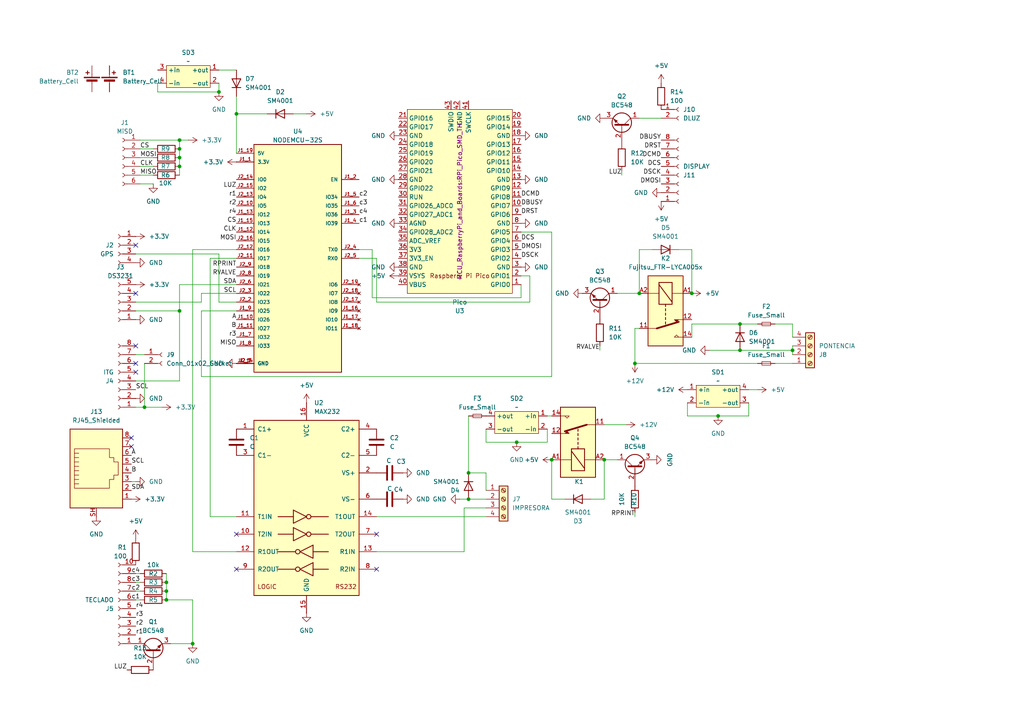
<source format=kicad_sch>
(kicad_sch (version 20231120) (generator "eeschema") (generator_version "8.0")
  (paper "A4")
  (lib_symbols
    (symbol "Connector:Conn_01x02_Socket" (pin_names (offset 1.016) hide)
      (property "Reference" "J" (at 0 2.54 0))
      (property "Value" "Conn_01x02_Socket" (at 0 -5.08 0))
      (symbol "Conn_01x02_Socket_1_1"
        (pin passive line (at -5.08 0 0) (length 3.81) (name "Pin_1") (number "1"))
        (pin passive line (at -5.08 -2.54 0) (length 3.81) (name "Pin_2") (number "2"))
      )
    )
    (symbol "Connector:Conn_01x04_Socket" (pin_names (offset 1.016) hide)
      (property "Reference" "J" (at 0 5.08 0))
      (property "Value" "Conn_01x04_Socket" (at 0 -7.62 0))
      (symbol "Conn_01x04_Socket_1_1"
        (pin passive line (at -5.08 2.54 0) (length 3.81) (name "Pin_1") (number "1"))
        (pin passive line (at -5.08 0 0) (length 3.81) (name "Pin_2") (number "2"))
        (pin passive line (at -5.08 -2.54 0) (length 3.81) (name "Pin_3") (number "3"))
        (pin passive line (at -5.08 -5.08 0) (length 3.81) (name "Pin_4") (number "4"))
      )
    )
    (symbol "Connector:Conn_01x05_Socket" (pin_names (offset 1.016) hide)
      (property "Reference" "J" (at 0 7.62 0))
      (property "Value" "Conn_01x05_Socket" (at 0 -7.62 0))
      (symbol "Conn_01x05_Socket_1_1"
        (pin passive line (at -5.08 5.08 0) (length 3.81) (name "Pin_1") (number "1"))
        (pin passive line (at -5.08 2.54 0) (length 3.81) (name "Pin_2") (number "2"))
        (pin passive line (at -5.08 0 0) (length 3.81) (name "Pin_3") (number "3"))
        (pin passive line (at -5.08 -2.54 0) (length 3.81) (name "Pin_4") (number "4"))
        (pin passive line (at -5.08 -5.08 0) (length 3.81) (name "Pin_5") (number "5"))
      )
    )
    (symbol "Connector:Conn_01x06_Socket" (pin_names (offset 1.016) hide)
      (property "Reference" "J" (at 0 7.62 0))
      (property "Value" "Conn_01x06_Socket" (at 0 -10.16 0))
      (symbol "Conn_01x06_Socket_1_1"
        (pin passive line (at -5.08 5.08 0) (length 3.81) (name "Pin_1") (number "1"))
        (pin passive line (at -5.08 2.54 0) (length 3.81) (name "Pin_2") (number "2"))
        (pin passive line (at -5.08 0 0) (length 3.81) (name "Pin_3") (number "3"))
        (pin passive line (at -5.08 -2.54 0) (length 3.81) (name "Pin_4") (number "4"))
        (pin passive line (at -5.08 -5.08 0) (length 3.81) (name "Pin_5") (number "5"))
        (pin passive line (at -5.08 -7.62 0) (length 3.81) (name "Pin_6") (number "6"))
      )
    )
    (symbol "Connector:Conn_01x08_Socket" (pin_names (offset 1.016) hide)
      (property "Reference" "J" (at 0 10.16 0))
      (property "Value" "Conn_01x08_Socket" (at 0 -12.7 0))
      (symbol "Conn_01x08_Socket_1_1"
        (pin passive line (at -5.08 7.62 0) (length 3.81) (name "Pin_1") (number "1"))
        (pin passive line (at -5.08 5.08 0) (length 3.81) (name "Pin_2") (number "2"))
        (pin passive line (at -5.08 2.54 0) (length 3.81) (name "Pin_3") (number "3"))
        (pin passive line (at -5.08 0 0) (length 3.81) (name "Pin_4") (number "4"))
        (pin passive line (at -5.08 -2.54 0) (length 3.81) (name "Pin_5") (number "5"))
        (pin passive line (at -5.08 -5.08 0) (length 3.81) (name "Pin_6") (number "6"))
        (pin passive line (at -5.08 -7.62 0) (length 3.81) (name "Pin_7") (number "7"))
        (pin passive line (at -5.08 -10.16 0) (length 3.81) (name "Pin_8") (number "8"))
      )
    )
    (symbol "Connector:Conn_01x10_Socket" (pin_names (offset 1.016) hide)
      (property "Reference" "J" (at 0 12.7 0))
      (property "Value" "Conn_01x10_Socket" (at 0 -15.24 0))
      (symbol "Conn_01x10_Socket_1_1"
        (pin passive line (at -5.08 10.16 0) (length 3.81) (name "Pin_1") (number "1"))
        (pin passive line (at -5.08 -12.7 0) (length 3.81) (name "Pin_10") (number "10"))
        (pin passive line (at -5.08 7.62 0) (length 3.81) (name "Pin_2") (number "2"))
        (pin passive line (at -5.08 5.08 0) (length 3.81) (name "Pin_3") (number "3"))
        (pin passive line (at -5.08 2.54 0) (length 3.81) (name "Pin_4") (number "4"))
        (pin passive line (at -5.08 0 0) (length 3.81) (name "Pin_5") (number "5"))
        (pin passive line (at -5.08 -2.54 0) (length 3.81) (name "Pin_6") (number "6"))
        (pin passive line (at -5.08 -5.08 0) (length 3.81) (name "Pin_7") (number "7"))
        (pin passive line (at -5.08 -7.62 0) (length 3.81) (name "Pin_8") (number "8"))
        (pin passive line (at -5.08 -10.16 0) (length 3.81) (name "Pin_9") (number "9"))
      )
    )
    (symbol "Connector:RJ45_Shielded" (pin_names (offset 1.016))
      (property "Reference" "J" (at -5.08 13.97 0))
      (property "Value" "RJ45_Shielded" (at 2.54 13.97 0))
      (symbol "RJ45_Shielded_1_1"
        (pin passive line (at 10.16 -7.62 180) (length 2.54) (name "~") (number "1"))
        (pin passive line (at 10.16 -5.08 180) (length 2.54) (name "~") (number "2"))
        (pin passive line (at 10.16 -2.54 180) (length 2.54) (name "~") (number "3"))
        (pin passive line (at 10.16 0 180) (length 2.54) (name "~") (number "4"))
        (pin passive line (at 10.16 2.54 180) (length 2.54) (name "~") (number "5"))
        (pin passive line (at 10.16 5.08 180) (length 2.54) (name "~") (number "6"))
        (pin passive line (at 10.16 7.62 180) (length 2.54) (name "~") (number "7"))
        (pin passive line (at 10.16 10.16 180) (length 2.54) (name "~") (number "8"))
        (pin passive line (at 0 -12.7 90) (length 2.54) (name "~") (number "SH"))
      )
    )
    (symbol "Connector:Screw_Terminal_01x04" (pin_names (offset 1.016) hide)
      (property "Reference" "J" (at 0 5.08 0))
      (property "Value" "Screw_Terminal_01x04" (at 0 -7.62 0))
      (symbol "Screw_Terminal_01x04_1_1"
        (pin passive line (at -5.08 2.54 0) (length 3.81) (name "Pin_1") (number "1"))
        (pin passive line (at -5.08 0 0) (length 3.81) (name "Pin_2") (number "2"))
        (pin passive line (at -5.08 -2.54 0) (length 3.81) (name "Pin_3") (number "3"))
        (pin passive line (at -5.08 -5.08 0) (length 3.81) (name "Pin_4") (number "4"))
      )
    )
    (symbol "Device:Battery_Cell" (pin_numbers hide) (pin_names (offset 0) hide)
      (property "Reference" "BT" (at 2.54 2.54 0))
      (property "Value" "Battery_Cell" (at 2.54 0 0))
      (symbol "Battery_Cell_1_1"
        (pin passive line (at 0 5.08 270) (length 2.54) (name "+") (number "1"))
        (pin passive line (at 0 -2.54 90) (length 2.54) (name "-") (number "2"))
      )
    )
    (symbol "Device:C" (pin_numbers hide) (pin_names (offset 0.254))
      (property "Reference" "C" (at 0.635 2.54 0))
      (property "Value" "C" (at 0.635 -2.54 0))
      (symbol "C_1_1"
        (pin passive line (at 0 3.81 270) (length 2.794) (name "~") (number "1"))
        (pin passive line (at 0 -3.81 90) (length 2.794) (name "~") (number "2"))
      )
    )
    (symbol "Device:Fuse_Small" (pin_numbers hide) (pin_names (offset 0.254) hide)
      (property "Reference" "F" (at 0 -1.524 0))
      (property "Value" "Fuse_Small" (at 0 1.524 0))
      (symbol "Fuse_Small_1_1"
        (pin passive line (at -2.54 0 0) (length 1.27) (name "~") (number "1"))
        (pin passive line (at 2.54 0 180) (length 1.27) (name "~") (number "2"))
      )
    )
    (symbol "Device:R" (pin_numbers hide) (pin_names (offset 0))
      (property "Reference" "R" (at 2.032 0 90))
      (property "Value" "R" (at 0 0 90))
      (symbol "R_1_1"
        (pin passive line (at 0 3.81 270) (length 1.27) (name "~") (number "1"))
        (pin passive line (at 0 -3.81 90) (length 1.27) (name "~") (number "2"))
      )
    )
    (symbol "Diode:SM4001" (pin_numbers hide) (pin_names hide)
      (property "Reference" "D" (at 0 2.54 0))
      (property "Value" "SM4001" (at 0 -2.54 0))
      (symbol "SM4001_1_1"
        (pin passive line (at -3.81 0 0) (length 2.54) (name "K") (number "1"))
        (pin passive line (at 3.81 0 180) (length 2.54) (name "A") (number "2"))
      )
    )
    (symbol "Interface_UART:MAX232" (pin_names (offset 1.016))
      (property "Reference" "U" (at -2.54 28.575 0))
      (property "Value" "MAX232" (at -2.54 26.67 0))
      (symbol "MAX232_0_0"
        (text "LOGIC" (at -11.43 -22.86 0) (effects (font (size 1.27 1.27))))
        (text "RS232" (at 11.43 -22.86 0) (effects (font (size 1.27 1.27))))
      )
      (symbol "MAX232_1_1"
        (pin passive line (at -20.32 22.86 0) (length 5.08) (name "C1+") (number "1"))
        (pin input line (at -20.32 -7.62 0) (length 5.08) (name "T2IN") (number "10"))
        (pin input line (at -20.32 -2.54 0) (length 5.08) (name "T1IN") (number "11"))
        (pin output line (at -20.32 -12.7 0) (length 5.08) (name "R1OUT") (number "12"))
        (pin input line (at 20.32 -12.7 180) (length 5.08) (name "R1IN") (number "13"))
        (pin output line (at 20.32 -2.54 180) (length 5.08) (name "T1OUT") (number "14"))
        (pin power_in line (at 0 -30.48 90) (length 5.08) (name "GND") (number "15"))
        (pin power_in line (at 0 30.48 270) (length 5.08) (name "VCC") (number "16"))
        (pin power_out line (at 20.32 10.16 180) (length 5.08) (name "VS+") (number "2"))
        (pin passive line (at -20.32 15.24 0) (length 5.08) (name "C1-") (number "3"))
        (pin passive line (at 20.32 22.86 180) (length 5.08) (name "C2+") (number "4"))
        (pin passive line (at 20.32 15.24 180) (length 5.08) (name "C2-") (number "5"))
        (pin power_out line (at 20.32 2.54 180) (length 5.08) (name "VS-") (number "6"))
        (pin output line (at 20.32 -7.62 180) (length 5.08) (name "T2OUT") (number "7"))
        (pin input line (at 20.32 -17.78 180) (length 5.08) (name "R2IN") (number "8"))
        (pin output line (at -20.32 -17.78 0) (length 5.08) (name "R2OUT") (number "9"))
      )
    )
    (symbol "MCU_RaspberryPi_and_Boards:Pico"
      (property "Reference" "U" (at -13.97 27.94 0))
      (property "Value" "Pico" (at 0 19.05 0))
      (symbol "Pico_0_0"
        (text "Raspberry Pi Pico" (at 0 21.59 0) (effects (font (size 1.27 1.27))))
      )
      (symbol "Pico_1_1"
        (pin bidirectional line (at -17.78 24.13 0) (length 2.54) (name "GPIO0") (number "1"))
        (pin bidirectional line (at -17.78 1.27 0) (length 2.54) (name "GPIO7") (number "10"))
        (pin bidirectional line (at -17.78 -1.27 0) (length 2.54) (name "GPIO8") (number "11"))
        (pin bidirectional line (at -17.78 -3.81 0) (length 2.54) (name "GPIO9") (number "12"))
        (pin power_in line (at -17.78 -6.35 0) (length 2.54) (name "GND") (number "13"))
        (pin bidirectional line (at -17.78 -8.89 0) (length 2.54) (name "GPIO10") (number "14"))
        (pin bidirectional line (at -17.78 -11.43 0) (length 2.54) (name "GPIO11") (number "15"))
        (pin bidirectional line (at -17.78 -13.97 0) (length 2.54) (name "GPIO12") (number "16"))
        (pin bidirectional line (at -17.78 -16.51 0) (length 2.54) (name "GPIO13") (number "17"))
        (pin power_in line (at -17.78 -19.05 0) (length 2.54) (name "GND") (number "18"))
        (pin bidirectional line (at -17.78 -21.59 0) (length 2.54) (name "GPIO14") (number "19"))
        (pin bidirectional line (at -17.78 21.59 0) (length 2.54) (name "GPIO1") (number "2"))
        (pin bidirectional line (at -17.78 -24.13 0) (length 2.54) (name "GPIO15") (number "20"))
        (pin bidirectional line (at 17.78 -24.13 180) (length 2.54) (name "GPIO16") (number "21"))
        (pin bidirectional line (at 17.78 -21.59 180) (length 2.54) (name "GPIO17") (number "22"))
        (pin power_in line (at 17.78 -19.05 180) (length 2.54) (name "GND") (number "23"))
        (pin bidirectional line (at 17.78 -16.51 180) (length 2.54) (name "GPIO18") (number "24"))
        (pin bidirectional line (at 17.78 -13.97 180) (length 2.54) (name "GPIO19") (number "25"))
        (pin bidirectional line (at 17.78 -11.43 180) (length 2.54) (name "GPIO20") (number "26"))
        (pin bidirectional line (at 17.78 -8.89 180) (length 2.54) (name "GPIO21") (number "27"))
        (pin power_in line (at 17.78 -6.35 180) (length 2.54) (name "GND") (number "28"))
        (pin bidirectional line (at 17.78 -3.81 180) (length 2.54) (name "GPIO22") (number "29"))
        (pin power_in line (at -17.78 19.05 0) (length 2.54) (name "GND") (number "3"))
        (pin input line (at 17.78 -1.27 180) (length 2.54) (name "RUN") (number "30"))
        (pin bidirectional line (at 17.78 1.27 180) (length 2.54) (name "GPIO26_ADC0") (number "31"))
        (pin bidirectional line (at 17.78 3.81 180) (length 2.54) (name "GPIO27_ADC1") (number "32"))
        (pin power_in line (at 17.78 6.35 180) (length 2.54) (name "AGND") (number "33"))
        (pin bidirectional line (at 17.78 8.89 180) (length 2.54) (name "GPIO28_ADC2") (number "34"))
        (pin power_in line (at 17.78 11.43 180) (length 2.54) (name "ADC_VREF") (number "35"))
        (pin power_in line (at 17.78 13.97 180) (length 2.54) (name "3V3") (number "36"))
        (pin input line (at 17.78 16.51 180) (length 2.54) (name "3V3_EN") (number "37"))
        (pin bidirectional line (at 17.78 19.05 180) (length 2.54) (name "GND") (number "38"))
        (pin power_in line (at 17.78 21.59 180) (length 2.54) (name "VSYS") (number "39"))
        (pin bidirectional line (at -17.78 16.51 0) (length 2.54) (name "GPIO2") (number "4"))
        (pin power_in line (at 17.78 24.13 180) (length 2.54) (name "VBUS") (number "40"))
        (pin input line (at -2.54 -29.21 90) (length 2.54) (name "SWCLK") (number "41"))
        (pin power_in line (at 0 -29.21 90) (length 2.54) (name "GND") (number "42"))
        (pin bidirectional line (at 2.54 -29.21 90) (length 2.54) (name "SWDIO") (number "43"))
        (pin bidirectional line (at -17.78 13.97 0) (length 2.54) (name "GPIO3") (number "5"))
        (pin bidirectional line (at -17.78 11.43 0) (length 2.54) (name "GPIO4") (number "6"))
        (pin bidirectional line (at -17.78 8.89 0) (length 2.54) (name "GPIO5") (number "7"))
        (pin power_in line (at -17.78 6.35 0) (length 2.54) (name "GND") (number "8"))
        (pin bidirectional line (at -17.78 3.81 0) (length 2.54) (name "GPIO6") (number "9"))
      )
    )
    (symbol "NODEMCU-32S:NODEMCU-32S" (pin_names (offset 1.016))
      (property "Reference" "U" (at -12.7 33.782 0))
      (property "Value" "NODEMCU-32S" (at -12.7 -35.56 0))
      (symbol "NODEMCU-32S_0_0"
        (pin power_in line (at 17.78 27.94 180) (length 5.08) (name "3.3V") (number "J1_1"))
        (pin bidirectional line (at 17.78 -17.78 180) (length 5.08) (name "IO26") (number "J1_10"))
        (pin bidirectional line (at 17.78 -20.32 180) (length 5.08) (name "IO27") (number "J1_11"))
        (pin bidirectional line (at 17.78 7.62 180) (length 5.08) (name "IO14") (number "J1_12"))
        (pin bidirectional line (at 17.78 12.7 180) (length 5.08) (name "IO12") (number "J1_13"))
        (pin power_in line (at 17.78 -30.48 180) (length 5.08) (name "GND") (number "J1_14"))
        (pin bidirectional line (at 17.78 10.16 180) (length 5.08) (name "IO13") (number "J1_15"))
        (pin no_connect line (at -17.78 -15.24 0) (length 5.08) (name "IO9") (number "J1_16"))
        (pin no_connect line (at -17.78 -17.78 0) (length 5.08) (name "IO10") (number "J1_17"))
        (pin no_connect line (at -17.78 -20.32 0) (length 5.08) (name "IO11") (number "J1_18"))
        (pin power_in line (at 17.78 30.48 180) (length 5.08) (name "5V") (number "J1_19"))
        (pin input line (at -17.78 22.86 0) (length 5.08) (name "EN") (number "J1_2"))
        (pin input line (at -17.78 12.7 0) (length 5.08) (name "IO36") (number "J1_3"))
        (pin input line (at -17.78 10.16 0) (length 5.08) (name "IO39") (number "J1_4"))
        (pin input line (at -17.78 17.78 0) (length 5.08) (name "IO34") (number "J1_5"))
        (pin input line (at -17.78 15.24 0) (length 5.08) (name "IO35") (number "J1_6"))
        (pin bidirectional line (at 17.78 -22.86 180) (length 5.08) (name "IO32") (number "J1_7"))
        (pin bidirectional line (at 17.78 -25.4 180) (length 5.08) (name "IO33") (number "J1_8"))
        (pin bidirectional line (at 17.78 -15.24 180) (length 5.08) (name "IO25") (number "J1_9"))
        (pin power_in line (at 17.78 -30.48 180) (length 5.08) (name "GND") (number "J2_1"))
        (pin bidirectional line (at 17.78 15.24 180) (length 5.08) (name "IO5") (number "J2_10"))
        (pin bidirectional line (at 17.78 0 180) (length 5.08) (name "IO17") (number "J2_11"))
        (pin bidirectional line (at 17.78 2.54 180) (length 5.08) (name "IO16") (number "J2_12"))
        (pin bidirectional line (at 17.78 17.78 180) (length 5.08) (name "IO4") (number "J2_13"))
        (pin bidirectional line (at 17.78 22.86 180) (length 5.08) (name "IO0") (number "J2_14"))
        (pin bidirectional line (at 17.78 20.32 180) (length 5.08) (name "IO2") (number "J2_15"))
        (pin bidirectional line (at 17.78 5.08 180) (length 5.08) (name "IO15") (number "J2_16"))
        (pin no_connect line (at -17.78 -12.7 0) (length 5.08) (name "IO8") (number "J2_17"))
        (pin no_connect line (at -17.78 -10.16 0) (length 5.08) (name "IO7") (number "J2_18"))
        (pin no_connect line (at -17.78 -7.62 0) (length 5.08) (name "IO6") (number "J2_19"))
        (pin bidirectional line (at 17.78 -12.7 180) (length 5.08) (name "IO23") (number "J2_2"))
        (pin bidirectional line (at 17.78 -10.16 180) (length 5.08) (name "IO22") (number "J2_3"))
        (pin bidirectional line (at -17.78 2.54 0) (length 5.08) (name "TX0") (number "J2_4"))
        (pin bidirectional line (at -17.78 0 0) (length 5.08) (name "RX0") (number "J2_5"))
        (pin bidirectional line (at 17.78 -7.62 180) (length 5.08) (name "IO21") (number "J2_6"))
        (pin power_in line (at 17.78 -30.48 180) (length 5.08) (name "GND") (number "J2_7"))
        (pin bidirectional line (at 17.78 -5.08 180) (length 5.08) (name "IO19") (number "J2_8"))
        (pin bidirectional line (at 17.78 -2.54 180) (length 5.08) (name "IO18") (number "J2_9"))
      )
    )
    (symbol "Relay:Fujitsu_FTR-LYCA005x"
      (property "Reference" "K" (at 11.43 3.81 0))
      (property "Value" "Fujitsu_FTR-LYCA005x" (at 11.43 1.27 0))
      (symbol "Fujitsu_FTR-LYCA005x_1_1"
        (pin passive line (at 5.08 -7.62 90) (length 2.54) (name "~") (number "11"))
        (pin passive line (at 2.54 7.62 270) (length 2.54) (name "~") (number "12"))
        (pin passive line (at 7.62 7.62 270) (length 2.54) (name "~") (number "14"))
        (pin passive line (at -5.08 7.62 270) (length 2.54) (name "~") (number "A1"))
        (pin passive line (at -5.08 -7.62 90) (length 2.54) (name "~") (number "A2"))
      )
    )
    (symbol "Step_Down_1"
      (property "Reference" "SD2" (at 6.35 10.16 0))
      (property "Value" "~" (at 6.35 7.62 0))
      (symbol "Step_Down_1_1_1"
        (pin input line (at -2.54 5.08 0) (length 2.54) (name "+in") (number "1"))
        (pin input line (at -2.54 1.27 0) (length 2.54) (name "-in") (number "2"))
        (pin output line (at 15.24 1.27 180) (length 2.54) (name "-out") (number "3"))
        (pin output line (at 15.24 5.08 180) (length 2.54) (name "+out") (number "4"))
      )
    )
    (symbol "Step_Down_2"
      (property "Reference" "SD3" (at 6.35 10.16 0))
      (property "Value" "~" (at 6.35 7.62 0))
      (symbol "Step_Down_2_1_1"
        (pin output line (at 15.24 5.08 180) (length 2.54) (name "+out") (number "1"))
        (pin output line (at 15.24 1.27 180) (length 2.54) (name "-out") (number "2"))
        (pin input line (at -2.54 5.08 0) (length 2.54) (name "+in") (number "3"))
        (pin input line (at -2.54 1.27 0) (length 2.54) (name "-in") (number "4"))
      )
    )
    (symbol "Transistor_BJT:BC548" (pin_names (offset 0) hide)
      (property "Reference" "Q" (at 5.08 1.905 0))
      (property "Value" "BC548" (at 5.08 0 0))
      (symbol "BC548_1_1"
        (pin passive line (at 2.54 5.08 270) (length 2.54) (name "C") (number "1"))
        (pin input line (at -5.08 0 0) (length 5.08) (name "B") (number "2"))
        (pin passive line (at 2.54 -5.08 90) (length 2.54) (name "E") (number "3"))
      )
    )
    (symbol "power:+12V" (power) (pin_numbers hide) (pin_names (offset 0) hide)
      (property "Value" "+12V" (at 0 3.556 0))
      (symbol "+12V_1_1"
        (pin power_in line (at 0 0 90) (length 0) (name "~") (number "1"))
      )
    )
    (symbol "power:+3.3V" (power) (pin_numbers hide) (pin_names (offset 0) hide)
      (property "Value" "+3.3V" (at 0 3.556 0))
      (symbol "+3.3V_1_1"
        (pin power_in line (at 0 0 90) (length 0) (name "~") (number "1"))
      )
    )
    (symbol "power:+5V" (power) (pin_numbers hide) (pin_names (offset 0) hide)
      (property "Value" "+5V" (at 0 3.556 0))
      (symbol "+5V_1_1"
        (pin power_in line (at 0 0 90) (length 0) (name "~") (number "1"))
      )
    )
    (symbol "power:GND" (power) (pin_numbers hide) (pin_names (offset 0) hide)
      (property "Value" "GND" (at 0 -3.81 0))
      (symbol "GND_1_1"
        (pin power_in line (at 0 0 270) (length 0) (name "~") (number "1"))
      )
    )
  )
  (junction (at 63.5 26.67))
  (junction (at 175.26 133.35))
  (junction (at 52.07 43.18))
  (junction (at 55.88 186.69))
  (junction (at 185.42 85.09))
  (junction (at 52.07 40.64))
  (junction (at 41.91 118.11))
  (junction (at 229.87 101.6))
  (junction (at 135.89 144.78))
  (junction (at 200.66 85.09))
  (junction (at 48.26 173.99))
  (junction (at 68.58 33.02))
  (junction (at 48.26 171.45))
  (junction (at 184.15 105.41))
  (junction (at 135.89 137.16))
  (junction (at 160.02 133.35))
  (junction (at 214.63 101.6))
  (junction (at 214.63 93.98))
  (junction (at 208.28 120.65))
  (junction (at 149.86 128.27))
  (junction (at 52.07 90.17))
  (junction (at 48.26 168.91))
  (junction (at 52.07 45.72))
  (junction (at 52.07 48.26))
  (no_connect (at 109.22 165.1))
  (no_connect (at 39.37 71.12))
  (no_connect (at 39.37 100.33))
  (no_connect (at 109.22 154.94))
  (no_connect (at 38.1 129.54))
  (no_connect (at 68.58 154.94))
  (no_connect (at 68.58 165.1))
  (no_connect (at 39.37 107.95))
  (no_connect (at 38.1 127))
  (no_connect (at 39.37 105.41))
  (no_connect (at 39.37 85.09))
  (wire (pts (xy 63.5 24.13) (xy 63.5 26.67)))
  (wire (pts (xy 140.97 149.86) (xy 109.22 149.86)))
  (wire (pts (xy 45.72 26.67) (xy 45.72 24.13)))
  (wire (pts (xy 135.89 120.65) (xy 135.89 137.16)))
  (wire (pts (xy 40.64 43.18) (xy 44.45 43.18)))
  (wire (pts (xy 196.85 72.39) (xy 200.66 72.39)))
  (wire (pts (xy 217.17 113.03) (xy 219.71 113.03)))
  (wire (pts (xy 55.88 72.39) (xy 55.88 160.02)))
  (wire (pts (xy 48.26 171.45) (xy 48.26 173.99)))
  (wire (pts (xy 58.42 85.09) (xy 58.42 87.63)))
  (wire (pts (xy 135.89 144.78) (xy 140.97 144.78)))
  (wire (pts (xy 39.37 168.91) (xy 40.64 168.91)))
  (wire (pts (xy 63.5 73.66) (xy 63.5 87.63)))
  (wire (pts (xy 63.5 20.32) (xy 68.58 20.32)))
  (wire (pts (xy 175.26 133.35) (xy 175.26 144.78)))
  (wire (pts (xy 107.95 72.39) (xy 107.95 86.36)))
  (wire (pts (xy 175.26 144.78) (xy 171.45 144.78)))
  (wire (pts (xy 48.26 166.37) (xy 48.26 168.91)))
  (wire (pts (xy 52.07 40.64) (xy 54.61 40.64)))
  (wire (pts (xy 208.28 120.65) (xy 217.17 120.65)))
  (wire (pts (xy 200.66 93.98) (xy 200.66 97.79)))
  (wire (pts (xy 109.22 74.93) (xy 109.22 87.63)))
  (wire (pts (xy 200.66 72.39) (xy 200.66 85.09)))
  (wire (pts (xy 229.87 93.98) (xy 229.87 97.79)))
  (wire (pts (xy 158.75 128.27) (xy 149.86 128.27)))
  (wire (pts (xy 52.07 48.26) (xy 52.07 50.8)))
  (wire (pts (xy 63.5 87.63) (xy 68.58 87.63)))
  (wire (pts (xy 48.26 168.91) (xy 48.26 171.45)))
  (wire (pts (xy 184.15 105.41) (xy 219.71 105.41)))
  (wire (pts (xy 68.58 27.94) (xy 68.58 33.02)))
  (wire (pts (xy 219.71 93.98) (xy 214.63 93.98)))
  (wire (pts (xy 40.64 48.26) (xy 44.45 48.26)))
  (wire (pts (xy 63.5 26.67) (xy 45.72 26.67)))
  (wire (pts (xy 185.42 34.29) (xy 191.77 34.29)))
  (wire (pts (xy 184.15 149.86) (xy 184.15 148.59)))
  (wire (pts (xy 68.58 33.02) (xy 68.58 44.45)))
  (wire (pts (xy 229.87 100.33) (xy 229.87 101.6)))
  (wire (pts (xy 52.07 45.72) (xy 52.07 48.26)))
  (wire (pts (xy 40.64 50.8) (xy 44.45 50.8)))
  (wire (pts (xy 160.02 144.78) (xy 160.02 133.35)))
  (wire (pts (xy 149.86 128.27) (xy 140.97 128.27)))
  (wire (pts (xy 49.53 186.69) (xy 55.88 186.69)))
  (wire (pts (xy 58.42 87.63) (xy 39.37 87.63)))
  (wire (pts (xy 151.13 86.36) (xy 151.13 82.55)))
  (wire (pts (xy 39.37 73.66) (xy 63.5 73.66)))
  (wire (pts (xy 214.63 101.6) (xy 229.87 101.6)))
  (wire (pts (xy 40.64 40.64) (xy 52.07 40.64)))
  (wire (pts (xy 199.39 120.65) (xy 208.28 120.65)))
  (wire (pts (xy 85.09 33.02) (xy 88.9 33.02)))
  (wire (pts (xy 39.37 90.17) (xy 52.07 90.17)))
  (wire (pts (xy 158.75 120.65) (xy 160.02 120.65)))
  (wire (pts (xy 140.97 147.32) (xy 134.62 147.32)))
  (wire (pts (xy 189.23 72.39) (xy 185.42 72.39)))
  (wire (pts (xy 52.07 82.55) (xy 68.58 82.55)))
  (wire (pts (xy 185.42 72.39) (xy 185.42 85.09)))
  (wire (pts (xy 163.83 144.78) (xy 160.02 144.78)))
  (wire (pts (xy 135.89 137.16) (xy 140.97 137.16)))
  (wire (pts (xy 179.07 85.09) (xy 185.42 85.09)))
  (wire (pts (xy 109.22 87.63) (xy 153.67 87.63)))
  (wire (pts (xy 39.37 118.11) (xy 41.91 118.11)))
  (wire (pts (xy 104.14 74.93) (xy 109.22 74.93)))
  (wire (pts (xy 153.67 80.01) (xy 151.13 80.01)))
  (wire (pts (xy 55.88 160.02) (xy 68.58 160.02)))
  (wire (pts (xy 200.66 93.98) (xy 214.63 93.98)))
  (wire (pts (xy 58.42 90.17) (xy 68.58 90.17)))
  (wire (pts (xy 44.45 45.72) (xy 40.64 45.72)))
  (wire (pts (xy 214.63 101.6) (xy 205.74 101.6)))
  (wire (pts (xy 39.37 171.45) (xy 40.64 171.45)))
  (wire (pts (xy 41.91 118.11) (xy 46.99 118.11)))
  (wire (pts (xy 134.62 147.32) (xy 134.62 160.02)))
  (wire (pts (xy 68.58 85.09) (xy 58.42 85.09)))
  (wire (pts (xy 160.02 67.31) (xy 160.02 109.22)))
  (wire (pts (xy 104.14 72.39) (xy 107.95 72.39)))
  (wire (pts (xy 41.91 118.11) (xy 41.91 105.41)))
  (wire (pts (xy 39.37 173.99) (xy 40.64 173.99)))
  (wire (pts (xy 217.17 120.65) (xy 217.17 116.84)))
  (wire (pts (xy 153.67 87.63) (xy 153.67 80.01)))
  (wire (pts (xy 60.96 149.86) (xy 60.96 74.93)))
  (wire (pts (xy 151.13 67.31) (xy 160.02 67.31)))
  (wire (pts (xy 134.62 160.02) (xy 109.22 160.02)))
  (wire (pts (xy 133.35 144.78) (xy 135.89 144.78)))
  (wire (pts (xy 185.42 95.25) (xy 184.15 95.25)))
  (wire (pts (xy 184.15 95.25) (xy 184.15 105.41)))
  (wire (pts (xy 224.79 105.41) (xy 229.87 105.41)))
  (wire (pts (xy 68.58 72.39) (xy 55.88 72.39)))
  (wire (pts (xy 55.88 173.99) (xy 55.88 186.69)))
  (wire (pts (xy 140.97 128.27) (xy 140.97 124.46)))
  (wire (pts (xy 39.37 166.37) (xy 40.64 166.37)))
  (wire (pts (xy 52.07 90.17) (xy 52.07 82.55)))
  (wire (pts (xy 179.07 133.35) (xy 175.26 133.35)))
  (wire (pts (xy 173.99 101.6) (xy 173.99 100.33)))
  (wire (pts (xy 60.96 74.93) (xy 68.58 74.93)))
  (wire (pts (xy 52.07 43.18) (xy 52.07 45.72)))
  (wire (pts (xy 58.42 109.22) (xy 58.42 90.17)))
  (wire (pts (xy 181.61 123.19) (xy 175.26 123.19)))
  (wire (pts (xy 52.07 40.64) (xy 52.07 43.18)))
  (wire (pts (xy 68.58 33.02) (xy 77.47 33.02)))
  (wire (pts (xy 229.87 101.6) (xy 229.87 102.87)))
  (wire (pts (xy 68.58 149.86) (xy 60.96 149.86)))
  (wire (pts (xy 199.39 116.84) (xy 199.39 120.65)))
  (wire (pts (xy 55.88 173.99) (xy 48.26 173.99)))
  (wire (pts (xy 140.97 142.24) (xy 140.97 137.16)))
  (wire (pts (xy 39.37 139.7) (xy 38.1 139.7)))
  (wire (pts (xy 39.37 110.49) (xy 52.07 110.49)))
  (wire (pts (xy 44.45 53.34) (xy 40.64 53.34)))
  (wire (pts (xy 158.75 124.46) (xy 158.75 128.27)))
  (wire (pts (xy 52.07 110.49) (xy 52.07 90.17)))
  (wire (pts (xy 39.37 102.87) (xy 41.91 102.87)))
  (wire (pts (xy 160.02 109.22) (xy 58.42 109.22)))
  (wire (pts (xy 180.34 50.8) (xy 180.34 49.53)))
  (wire (pts (xy 224.79 93.98) (xy 229.87 93.98)))
  (wire (pts (xy 107.95 86.36) (xy 151.13 86.36)))
  (label "RVALVE" (at 68.58 80.01 180))
  (label "A" (at 38.1 132.08 0))
  (label "DCMD" (at 191.77 45.72 180))
  (label "r1" (at 39.37 184.15 0))
  (label "RPRINT" (at 184.15 149.86 180))
  (label "SDA" (at 68.58 82.55 180))
  (label "r2" (at 39.37 181.61 0))
  (label "c2" (at 40.64 171.45 180))
  (label "SCL" (at 39.37 113.03 0))
  (label "DSCK" (at 191.77 50.8 180))
  (label "c4" (at 40.64 166.37 180))
  (label "CS" (at 40.64 43.18 0))
  (label "MISO" (at 68.58 100.33 180))
  (label "LUZ" (at 180.34 50.8 180))
  (label "RVALVE" (at 173.99 101.6 180))
  (label "r2" (at 68.58 59.69 180))
  (label "c1" (at 40.64 173.99 180))
  (label "MOSI" (at 68.58 69.85 180))
  (label "c4" (at 104.14 62.23 0))
  (label "DMOSI" (at 151.13 72.39 0))
  (label "c3" (at 40.64 168.91 180))
  (label "DCS" (at 191.77 48.26 180))
  (label "c2" (at 104.14 57.15 0))
  (label "c1" (at 104.14 64.77 0))
  (label "r3" (at 68.58 97.79 180))
  (label "DCS" (at 151.13 69.85 0))
  (label "SCL" (at 38.1 134.62 0))
  (label "r4" (at 39.37 176.53 0))
  (label "CS" (at 68.58 64.77 180))
  (label "MOSI" (at 40.64 45.72 0))
  (label "DBUSY" (at 151.13 59.69 0))
  (label "SDA" (at 38.1 142.24 0))
  (label "DSCK" (at 151.13 74.93 0))
  (label "SCL" (at 68.58 85.09 180))
  (label "LUZ" (at 68.58 54.61 180))
  (label "A" (at 68.58 92.71 180))
  (label "CLK" (at 68.58 67.31 180))
  (label "c3" (at 104.14 59.69 0))
  (label "r3" (at 39.37 179.07 0))
  (label "B" (at 38.1 137.16 0))
  (label "r1" (at 68.58 57.15 180))
  (label "DRST" (at 151.13 62.23 0))
  (label "DCMD" (at 151.13 57.15 0))
  (label "LUZ" (at 36.83 194.31 180))
  (label "MISO" (at 40.64 50.8 0))
  (label "DMOSI" (at 191.77 53.34 180))
  (label "DBUSY" (at 191.77 40.64 180))
  (label "RPRINT" (at 68.58 77.47 180))
  (label "DRST" (at 191.77 43.18 180))
  (label "CLK" (at 40.64 48.26 0))
  (label "r4" (at 68.58 62.23 180))
  (label "B" (at 68.58 95.25 180))
  (symbol (lib_id "power:GND") (at 116.84 144.78 90) (unit 1)
    (property "Reference" "#PWR043" (effects (hide yes)))
    (property "Value" "GND" (at 120.65 144.7799 90) (effects (justify right)))
    (property "Description" "Power symbol creates a global label with name \"GND\" , ground" (effects (hide yes)))
  )
  (symbol (lib_id "Device:Fuse_Small") (at 138.43 120.65 0) (unit 1)
    (property "Reference" "F3" (at 138.43 115.57 0))
    (property "Value" "Fuse_Small" (at 138.43 118.11 0))
    (property "Footprint" "Resistor_THT:R_Axial_DIN0207_L6.3mm_D2.5mm_P7.62mm_Horizontal" (effects (hide yes)))
    (property "Description" "Fuse, small symbol" (effects (hide yes)))
  )
  (symbol (lib_id "power:+5V") (at 88.9 33.02 270) (mirror x) (unit 1)
    (property "Reference" "#PWR044" (effects (hide yes)))
    (property "Value" "+5V" (at 92.71 33.0199 90) (effects (justify left)))
    (property "Description" "Power symbol creates a global label with name \"+5V\"" (effects (hide yes)))
  )
  (symbol (lib_id "power:GND") (at 151.13 77.47 90) (mirror x) (unit 1)
    (property "Reference" "#PWR024" (effects (hide yes)))
    (property "Value" "GND" (at 154.94 77.4699 90) (effects (justify right)))
    (property "Description" "Power symbol creates a global label with name \"GND\" , ground" (effects (hide yes)))
  )
  (symbol (lib_id "Transistor_BJT:BC548") (at 44.45 189.23 90) (unit 1)
    (property "Reference" "Q1" (at 44.45 180.34 90))
    (property "Value" "BC548" (at 44.45 182.88 90))
    (property "Footprint" "Package_TO_SOT_THT:TO-92_Inline" (effects (hide yes)))
    (property "Datasheet" "https://www.onsemi.com/pub/Collateral/BC550-D.pdf" (effects (hide yes)))
    (property "Description" "0.1A Ic, 30V Vce, Small Signal NPN Transistor, TO-92" (effects (hide yes)))
  )
  (symbol (lib_id "Device:R") (at 44.45 168.91 90) (mirror x) (unit 1)
    (property "Reference" "R3" (at 44.45 168.91 90))
    (property "Value" "10k" (effects (hide yes)))
    (property "Footprint" "Resistor_THT:R_Axial_DIN0207_L6.3mm_D2.5mm_P10.16mm_Horizontal" (effects (hide yes)))
    (property "Description" "Resistor" (effects (hide yes)))
  )
  (symbol (lib_id "MCU_RaspberryPi_and_Boards:Pico") (at 133.35 58.42 180) (unit 1)
    (property "Reference" "U3" (at 133.35 90.17 0))
    (property "Value" "Pico" (at 133.35 87.63 0))
    (property "Footprint" "MCU_RaspberryPi_and_Boards:RPi_Pico_SMD_TH" (at 133.35 58.42 90))
  )
  (symbol (lib_id "power:+3.3V") (at 54.61 40.64 270) (unit 1)
    (property "Reference" "#PWR011" (effects (hide yes)))
    (property "Value" "+3.3V" (at 58.42 40.6399 90) (effects (justify left)))
    (property "Description" "Power symbol creates a global label with name \"+3.3V\"" (effects (hide yes)))
  )
  (symbol (lib_id "Device:R") (at 48.26 43.18 90) (mirror x) (unit 1)
    (property "Reference" "R9" (at 48.006 43.18 90))
    (property "Value" "10K" (effects (hide yes)))
    (property "Footprint" "Resistor_THT:R_Axial_DIN0207_L6.3mm_D2.5mm_P10.16mm_Horizontal" (effects (hide yes)))
    (property "Description" "Resistor" (effects (hide yes)))
  )
  (symbol (lib_id "power:GND") (at 189.23 133.35 90) (unit 1)
    (property "Reference" "#PWR039" (effects (hide yes)))
    (property "Value" "GND" (at 194.31 133.35 0))
    (property "Description" "Power symbol creates a global label with name \"GND\" , ground" (effects (hide yes)))
  )
  (symbol (lib_id "power:GND") (at 133.35 144.78 270) (unit 1)
    (property "Reference" "#PWR020" (effects (hide yes)))
    (property "Value" "GND" (at 129.54 144.7799 90) (effects (justify right)))
    (property "Description" "Power symbol creates a global label with name \"GND\" , ground" (effects (hide yes)))
  )
  (symbol (lib_name "Step_Down_1") (lib_id "Customzyv:Step_Down") (at 201.93 118.11 0) (unit 1)
    (property "Reference" "SD1" (at 208.28 107.95 0))
    (property "Value" "~" (at 208.28 110.49 0))
    (property "Footprint" "Downloads:XL6009-Module" (effects (hide yes)))
  )
  (symbol (lib_id "power:GND") (at 149.86 128.27 0) (mirror y) (unit 1)
    (property "Reference" "#PWR031" (effects (hide yes)))
    (property "Value" "GND" (at 149.86 133.35 0))
    (property "Description" "Power symbol creates a global label with name \"GND\" , ground" (effects (hide yes)))
  )
  (symbol (lib_id "power:GND") (at 39.37 115.57 90) (unit 1)
    (property "Reference" "#PWR07" (effects (hide yes)))
    (property "Value" "GND" (at 43.18 115.5699 90) (effects (justify right)))
    (property "Description" "Power symbol creates a global label with name \"GND\" , ground" (effects (hide yes)))
  )
  (symbol (lib_id "power:GND") (at 27.94 149.86 0) (unit 1)
    (property "Reference" "#PWR029" (effects (hide yes)))
    (property "Value" "GND" (at 27.94 154.94 0))
    (property "Description" "Power symbol creates a global label with name \"GND\" , ground" (effects (hide yes)))
  )
  (symbol (lib_id "Device:R") (at 48.26 45.72 90) (mirror x) (unit 1)
    (property "Reference" "R8" (at 48.006 45.72 90))
    (property "Value" "10K" (effects (hide yes)))
    (property "Footprint" "Resistor_THT:R_Axial_DIN0207_L6.3mm_D2.5mm_P10.16mm_Horizontal" (effects (hide yes)))
    (property "Description" "Resistor" (effects (hide yes)))
  )
  (symbol (lib_id "power:+3.3V") (at 39.37 82.55 270) (unit 1)
    (property "Reference" "#PWR04" (effects (hide yes)))
    (property "Value" "+3.3V" (at 43.18 82.5499 90) (effects (justify left)))
    (property "Description" "Power symbol creates a global label with name \"+3.3V\"" (effects (hide yes)))
  )
  (symbol (lib_id "power:GND") (at 116.84 137.16 90) (unit 1)
    (property "Reference" "#PWR042" (effects (hide yes)))
    (property "Value" "GND" (at 120.65 137.1599 90) (effects (justify right)))
    (property "Description" "Power symbol creates a global label with name \"GND\" , ground" (effects (hide yes)))
  )
  (symbol (lib_id "power:+5V") (at 191.77 24.13 0) (unit 1)
    (property "Reference" "#PWR045" (effects (hide yes)))
    (property "Value" "+5V" (at 191.77 19.05 0))
    (property "Description" "Power symbol creates a global label with name \"+5V\"" (effects (hide yes)))
  )
  (symbol (lib_id "Transistor_BJT:BC548") (at 180.34 36.83 270) (mirror x) (unit 1)
    (property "Reference" "Q2" (at 180.34 27.94 90))
    (property "Value" "BC548" (at 180.34 30.48 90))
    (property "Footprint" "Package_TO_SOT_THT:TO-92_Inline" (effects (hide yes)))
    (property "Datasheet" "https://www.onsemi.com/pub/Collateral/BC550-D.pdf" (effects (hide yes)))
    (property "Description" "0.1A Ic, 30V Vce, Small Signal NPN Transistor, TO-92" (effects (hide yes)))
  )
  (symbol (lib_id "Transistor_BJT:BC548") (at 184.15 135.89 90) (unit 1)
    (property "Reference" "Q4" (at 184.15 127 90))
    (property "Value" "BC548" (at 184.15 129.54 90))
    (property "Footprint" "Package_TO_SOT_THT:TO-92_Inline" (effects (hide yes)))
    (property "Datasheet" "https://www.onsemi.com/pub/Collateral/BC550-D.pdf" (effects (hide yes)))
    (property "Description" "0.1A Ic, 30V Vce, Small Signal NPN Transistor, TO-92" (effects (hide yes)))
  )
  (symbol (lib_id "power:+5V") (at 200.66 85.09 270) (unit 1)
    (property "Reference" "#PWR038" (effects (hide yes)))
    (property "Value" "+5V" (at 204.47 85.0899 90) (effects (justify left)))
    (property "Description" "Power symbol creates a global label with name \"+5V\"" (effects (hide yes)))
  )
  (symbol (lib_id "power:GND") (at 175.26 34.29 270) (unit 1)
    (property "Reference" "#PWR046" (effects (hide yes)))
    (property "Value" "GND" (at 171.45 34.2899 90) (effects (justify right)))
    (property "Description" "Power symbol creates a global label with name \"GND\" , ground" (effects (hide yes)))
  )
  (symbol (lib_id "Diode:SM4001") (at 167.64 144.78 0) (unit 1)
    (property "Reference" "D3" (at 167.64 151.13 0))
    (property "Value" "SM4001" (at 167.64 148.59 0))
    (property "Footprint" "Diode_SMD:D_MELF" (effects (hide yes)))
    (property "Datasheet" "http://cdn-reichelt.de/documents/datenblatt/A400/SMD1N400%23DIO.pdf" (effects (hide yes)))
    (property "Description" "50V 1A General Purpose Rectifier Diode, MELF" (effects (hide yes)))
    (property "Sim.Device" "D" (effects (hide yes)))
    (property "Sim.Pins" "1=K 2=A" (effects (hide yes)))
  )
  (symbol (lib_id "power:+5V") (at 191.77 58.42 180) (unit 1)
    (property "Reference" "#PWR013" (effects (hide yes)))
    (property "Value" "+5V" (at 191.77 63.5 0))
    (property "Description" "Power symbol creates a global label with name \"+5V\"" (effects (hide yes)))
  )
  (symbol (lib_id "power:+3.3V") (at 38.1 144.78 270) (unit 1)
    (property "Reference" "#PWR06" (effects (hide yes)))
    (property "Value" "+3.3V" (at 41.91 144.7799 90) (effects (justify left)))
    (property "Description" "Power symbol creates a global label with name \"+3.3V\"" (effects (hide yes)))
  )
  (symbol (lib_id "power:GND") (at 115.57 52.07 270) (mirror x) (unit 1)
    (property "Reference" "#PWR048" (effects (hide yes)))
    (property "Value" "GND" (at 111.76 52.0701 90) (effects (justify right)))
    (property "Description" "Power symbol creates a global label with name \"GND\" , ground" (effects (hide yes)))
  )
  (symbol (lib_id "power:GND") (at 151.13 52.07 90) (mirror x) (unit 1)
    (property "Reference" "#PWR022" (effects (hide yes)))
    (property "Value" "GND" (at 154.94 52.0699 90) (effects (justify right)))
    (property "Description" "Power symbol creates a global label with name \"GND\" , ground" (effects (hide yes)))
  )
  (symbol (lib_id "Device:R") (at 44.45 173.99 90) (mirror x) (unit 1)
    (property "Reference" "R5" (at 44.45 173.99 90))
    (property "Value" "10k" (effects (hide yes)))
    (property "Footprint" "Resistor_THT:R_Axial_DIN0207_L6.3mm_D2.5mm_P10.16mm_Horizontal" (effects (hide yes)))
    (property "Description" "Resistor" (effects (hide yes)))
  )
  (symbol (lib_id "Device:Fuse_Small") (at 222.25 105.41 0) (unit 1)
    (property "Reference" "F1" (at 222.25 100.33 0))
    (property "Value" "Fuse_Small" (at 222.25 102.87 0))
    (property "Footprint" "Resistor_THT:R_Axial_DIN0207_L6.3mm_D2.5mm_P7.62mm_Horizontal" (effects (hide yes)))
    (property "Description" "Fuse, small symbol" (effects (hide yes)))
  )
  (symbol (lib_id "power:GND") (at 115.57 77.47 270) (mirror x) (unit 1)
    (property "Reference" "#PWR041" (effects (hide yes)))
    (property "Value" "GND" (at 111.76 77.4701 90) (effects (justify right)))
    (property "Description" "Power symbol creates a global label with name \"GND\" , ground" (effects (hide yes)))
  )
  (symbol (lib_id "power:+5V") (at 88.9 116.84 0) (unit 1)
    (property "Reference" "#PWR014" (effects (hide yes)))
    (property "Value" "+5V" (at 88.9 111.76 0))
    (property "Description" "Power symbol creates a global label with name \"+5V\"" (effects (hide yes)))
  )
  (symbol (lib_id "power:GND") (at 151.13 39.37 90) (mirror x) (unit 1)
    (property "Reference" "#PWR021" (effects (hide yes)))
    (property "Value" "GND" (at 154.94 39.3699 90) (effects (justify right)))
    (property "Description" "Power symbol creates a global label with name \"GND\" , ground" (effects (hide yes)))
  )
  (symbol (lib_id "power:+3.3V") (at 68.58 46.99 90) (unit 1)
    (property "Reference" "#PWR016" (effects (hide yes)))
    (property "Value" "+3.3V" (at 64.77 46.9899 90) (effects (justify left)))
    (property "Description" "Power symbol creates a global label with name \"+3.3V\"" (effects (hide yes)))
  )
  (symbol (lib_id "power:+5V") (at 115.57 80.01 90) (mirror x) (unit 1)
    (property "Reference" "#PWR019" (effects (hide yes)))
    (property "Value" "+5V" (at 111.76 80.0099 90) (effects (justify left)))
    (property "Description" "Power symbol creates a global label with name \"+5V\"" (effects (hide yes)))
  )
  (symbol (lib_id "Diode:SM4001") (at 135.89 140.97 270) (unit 1)
    (property "Reference" "D4" (at 133.35 142.2401 90) (effects (justify right)))
    (property "Value" "SM4001" (at 133.35 139.7001 90) (effects (justify right)))
    (property "Footprint" "Diode_SMD:D_MELF" (effects (hide yes)))
    (property "Datasheet" "http://cdn-reichelt.de/documents/datenblatt/A400/SMD1N400%23DIO.pdf" (effects (hide yes)))
    (property "Description" "50V 1A General Purpose Rectifier Diode, MELF" (effects (hide yes)))
    (property "Sim.Device" "D" (effects (hide yes)))
    (property "Sim.Pins" "1=K 2=A" (effects (hide yes)))
  )
  (symbol (lib_id "Relay:Fujitsu_FTR-LYCA005x") (at 167.64 128.27 90) (unit 1)
    (property "Reference" "K1" (at 166.624 139.7 90) (effects (justify right)))
    (property "Value" "Fujitsu_FTR-LYCA005x" (effects (hide yes)))
    (property "Footprint" "Relay_THT:Relay_SPDT_Hongfa_HF3F-L-xx-1ZL1T" (effects (hide yes)))
    (property "Datasheet" "https://www.fujitsu.com/sg/imagesgig5/ftr-ly.pdf" (effects (hide yes)))
    (property "Description" "Relay, SPDT Form C, vertical mount, 5-60V coil, 6A, 250VAC, 28 x 5 x 15mm" (effects (hide yes)))
  )
  (symbol (lib_id "power:GND") (at 205.74 101.6 270) (unit 1)
    (property "Reference" "#PWR030" (effects (hide yes)))
    (property "Value" "GND" (at 201.93 101.5999 90) (effects (justify right)))
    (property "Description" "Power symbol creates a global label with name \"GND\" , ground" (effects (hide yes)))
  )
  (symbol (lib_id "Connector:Conn_01x02_Socket") (at 196.85 31.75 0) (unit 1)
    (property "Reference" "J10" (at 198.12 31.7499 0) (effects (justify left)))
    (property "Value" "DLUZ" (at 198.12 34.2899 0) (effects (justify left)))
    (property "Footprint" "Connector_JST:JST_XH_B2B-XH-AM_1x02_P2.50mm_Vertical" (effects (hide yes)))
    (property "Description" "Generic connector, single row, 01x02, script generated" (effects (hide yes)))
  )
  (symbol (lib_id "Device:C") (at 109.22 128.27 0) (unit 1)
    (property "Reference" "C2" (at 113.03 126.9999 0) (effects (justify left)))
    (property "Value" "C" (at 113.03 129.5399 0) (effects (justify left)))
    (property "Footprint" "Capacitor_THT:C_Disc_D12.0mm_W4.4mm_P7.75mm" (effects (hide yes)))
    (property "Description" "Unpolarized capacitor" (effects (hide yes)))
  )
  (symbol (lib_id "power:GND") (at 68.58 105.41 270) (unit 1)
    (property "Reference" "#PWR017" (effects (hide yes)))
    (property "Value" "GND" (at 64.77 105.4099 90) (effects (justify right)))
    (property "Description" "Power symbol creates a global label with name \"GND\" , ground" (effects (hide yes)))
  )
  (symbol (lib_id "power:GND") (at 191.77 55.88 270) (unit 1)
    (property "Reference" "#PWR012" (effects (hide yes)))
    (property "Value" "GND" (at 187.96 55.8799 90) (effects (justify right)))
    (property "Description" "Power symbol creates a global label with name \"GND\" , ground" (effects (hide yes)))
  )
  (symbol (lib_id "power:GND") (at 208.28 120.65 0) (unit 1)
    (property "Reference" "#PWR026" (effects (hide yes)))
    (property "Value" "GND" (at 208.28 125.73 0))
    (property "Description" "Power symbol creates a global label with name \"GND\" , ground" (effects (hide yes)))
  )
  (symbol (lib_id "Connector:Conn_01x08_Socket") (at 196.85 50.8 0) (mirror x) (unit 1)
    (property "Reference" "J11" (at 198.12 50.8001 0) (effects (justify left)))
    (property "Value" "DISPLAY" (at 198.12 48.2601 0) (effects (justify left)))
    (property "Footprint" "Connector_Molex:Molex_Micro-Latch_53254-0870_1x08_P2.00mm_Horizontal" (effects (hide yes)))
    (property "Description" "Generic connector, single row, 01x08, script generated" (effects (hide yes)))
  )
  (symbol (lib_id "power:GND") (at 115.57 39.37 270) (mirror x) (unit 1)
    (property "Reference" "#PWR049" (effects (hide yes)))
    (property "Value" "GND" (at 111.76 39.3701 90) (effects (justify right)))
    (property "Description" "Power symbol creates a global label with name \"GND\" , ground" (effects (hide yes)))
  )
  (symbol (lib_id "Connector:Screw_Terminal_01x04") (at 146.05 144.78 0) (unit 1)
    (property "Reference" "J7" (at 148.59 144.7799 0) (effects (justify left)))
    (property "Value" "IMPRESORA" (at 148.59 147.3199 0) (effects (justify left)))
    (property "Footprint" "TerminalBlock_MetzConnect:TerminalBlock_MetzConnect_Type011_RT05504HBWC_1x04_P5.00mm_Horizontal" (effects (hide yes)))
    (property "Description" "Generic screw terminal, single row, 01x04, script generated (kicad-library-utils/schlib/autogen/connector/)" (effects (hide yes)))
  )
  (symbol (lib_id "Device:R") (at 48.26 48.26 90) (mirror x) (unit 1)
    (property "Reference" "R7" (at 48.006 48.26 90))
    (property "Value" "10K" (effects (hide yes)))
    (property "Footprint" "Resistor_THT:R_Axial_DIN0207_L6.3mm_D2.5mm_P10.16mm_Horizontal" (effects (hide yes)))
    (property "Description" "Resistor" (effects (hide yes)))
  )
  (symbol (lib_id "power:GND") (at 168.91 85.09 270) (unit 1)
    (property "Reference" "#PWR040" (effects (hide yes)))
    (property "Value" "GND" (at 165.1 85.0899 90) (effects (justify right)))
    (property "Description" "Power symbol creates a global label with name \"GND\" , ground" (effects (hide yes)))
  )
  (symbol (lib_id "power:+5V") (at 39.37 156.21 0) (mirror y) (unit 1)
    (property "Reference" "#PWR09" (effects (hide yes)))
    (property "Value" "+5V" (at 39.37 151.13 0))
    (property "Description" "Power symbol creates a global label with name \"+5V\"" (effects (hide yes)))
  )
  (symbol (lib_id "power:+3.3V") (at 39.37 68.58 270) (unit 1)
    (property "Reference" "#PWR02" (effects (hide yes)))
    (property "Value" "+3.3V" (at 43.18 68.5799 90) (effects (justify left)))
    (property "Description" "Power symbol creates a global label with name \"+3.3V\"" (effects (hide yes)))
  )
  (symbol (lib_id "Interface_UART:MAX232") (at 88.9 147.32 0) (unit 1)
    (property "Reference" "U2" (at 91.0941 116.84 0) (effects (justify left)))
    (property "Value" "MAX232" (at 91.0941 119.38 0) (effects (justify left)))
    (property "Footprint" "Package_DIP:DIP-16_W7.62mm_Socket" (effects (hide yes)))
    (property "Datasheet" "http://www.ti.com/lit/ds/symlink/max232.pdf" (effects (hide yes)))
    (property "Description" "Dual RS232 driver/receiver, 5V supply, 120kb/s, 0C-70C" (effects (hide yes)))
  )
  (symbol (lib_id "Device:Battery_Cell") (at 26.67 24.13 0) (mirror y) (unit 1)
    (property "Reference" "BT2" (at 22.86 21.0184 0) (effects (justify left)))
    (property "Value" "Battery_Cell" (at 22.86 23.5584 0) (effects (justify left)))
    (property "Footprint" "Battery:BatteryHolder_MPD_BH-18650-PC2" (effects (hide yes)))
    (property "Description" "Single-cell battery" (effects (hide yes)))
  )
  (symbol (lib_id "Connector:Conn_01x10_Socket") (at 34.29 176.53 180) (unit 1)
    (property "Reference" "J5" (at 33.02 176.5301 0) (effects (justify left)))
    (property "Value" "TECLADO" (at 33.02 173.9901 0) (effects (justify left)))
    (property "Footprint" "Connector_PinHeader_2.54mm:PinHeader_1x10_P2.54mm_Vertical" (effects (hide yes)))
    (property "Description" "Generic connector, single row, 01x10, script generated" (effects (hide yes)))
  )
  (symbol (lib_id "Device:R") (at 184.15 144.78 0) (unit 1)
    (property "Reference" "R10" (at 183.896 144.78 90))
    (property "Value" "10K" (at 180.34 144.78 90))
    (property "Footprint" "Resistor_THT:R_Axial_DIN0207_L6.3mm_D2.5mm_P2.54mm_Vertical" (effects (hide yes)))
    (property "Description" "Resistor" (effects (hide yes)))
  )
  (symbol (lib_id "Device:R") (at 44.45 171.45 90) (mirror x) (unit 1)
    (property "Reference" "R4" (at 44.45 171.45 90))
    (property "Value" "10k" (effects (hide yes)))
    (property "Footprint" "Resistor_THT:R_Axial_DIN0207_L6.3mm_D2.5mm_P10.16mm_Horizontal" (effects (hide yes)))
    (property "Description" "Resistor" (effects (hide yes)))
  )
  (symbol (lib_id "Connector:Conn_01x05_Socket") (at 34.29 87.63 180) (unit 1)
    (property "Reference" "J3" (at 34.925 77.47 0))
    (property "Value" "DS3231" (at 34.925 80.01 0))
    (property "Footprint" "Connector_PinHeader_2.54mm:PinHeader_1x05_P2.54mm_Vertical" (effects (hide yes)))
    (property "Description" "Generic connector, single row, 01x05, script generated" (effects (hide yes)))
  )
  (symbol (lib_id "Device:R") (at 39.37 160.02 0) (mirror y) (unit 1)
    (property "Reference" "R1" (at 36.83 158.7499 0) (effects (justify left)))
    (property "Value" "100" (at 36.83 161.2899 0) (effects (justify left)))
    (property "Footprint" "Resistor_THT:R_Axial_DIN0207_L6.3mm_D2.5mm_P10.16mm_Horizontal" (effects (hide yes)))
    (property "Description" "Resistor" (effects (hide yes)))
  )
  (symbol (lib_id "Device:R") (at 48.26 50.8 90) (mirror x) (unit 1)
    (property "Reference" "R6" (at 48.006 50.8 90))
    (property "Value" "10K" (at 48.006 53.086 90))
    (property "Footprint" "Resistor_THT:R_Axial_DIN0207_L6.3mm_D2.5mm_P10.16mm_Horizontal" (effects (hide yes)))
    (property "Description" "Resistor" (effects (hide yes)))
  )
  (symbol (lib_id "Device:Battery_Cell") (at 31.75 24.13 0) (unit 1)
    (property "Reference" "BT1" (at 35.56 21.0184 0) (effects (justify left)))
    (property "Value" "Battery_Cell" (at 35.56 23.5584 0) (effects (justify left)))
    (property "Footprint" "Battery:BatteryHolder_MPD_BH-18650-PC2" (effects (hide yes)))
    (property "Description" "Single-cell battery" (effects (hide yes)))
  )
  (symbol (lib_id "power:+3.3V") (at 46.99 118.11 270) (unit 1)
    (property "Reference" "#PWR08" (effects (hide yes)))
    (property "Value" "+3.3V" (at 50.8 118.1099 90) (effects (justify left)))
    (property "Description" "Power symbol creates a global label with name \"+3.3V\"" (effects (hide yes)))
  )
  (symbol (lib_id "Diode:SM4001") (at 214.63 97.79 270) (unit 1)
    (property "Reference" "D6" (at 217.17 96.5199 90) (effects (justify left)))
    (property "Value" "SM4001" (at 217.17 99.0599 90) (effects (justify left)))
    (property "Footprint" "Diode_SMD:D_MELF" (effects (hide yes)))
    (property "Datasheet" "http://cdn-reichelt.de/documents/datenblatt/A400/SMD1N400%23DIO.pdf" (effects (hide yes)))
    (property "Description" "50V 1A General Purpose Rectifier Diode, MELF" (effects (hide yes)))
    (property "Sim.Device" "D" (effects (hide yes)))
    (property "Sim.Pins" "1=K 2=A" (effects (hide yes)))
  )
  (symbol (lib_id "power:GND") (at 39.37 92.71 90) (unit 1)
    (property "Reference" "#PWR05" (effects (hide yes)))
    (property "Value" "GND" (at 43.18 92.7099 90) (effects (justify right)))
    (property "Description" "Power symbol creates a global label with name \"GND\" , ground" (effects (hide yes)))
  )
  (symbol (lib_id "Device:Fuse_Small") (at 222.25 93.98 0) (unit 1)
    (property "Reference" "F2" (at 222.25 88.9 0))
    (property "Value" "Fuse_Small" (at 222.25 91.44 0))
    (property "Footprint" "Resistor_THT:R_Axial_DIN0207_L6.3mm_D2.5mm_P7.62mm_Horizontal" (effects (hide yes)))
    (property "Description" "Fuse, small symbol" (effects (hide yes)))
  )
  (symbol (lib_id "Diode:SM4001") (at 68.58 24.13 90) (unit 1)
    (property "Reference" "D7" (at 71.12 22.8599 90) (effects (justify right)))
    (property "Value" "SM4001" (at 71.12 25.3999 90) (effects (justify right)))
    (property "Footprint" "Diode_SMD:D_MELF" (effects (hide yes)))
    (property "Datasheet" "http://cdn-reichelt.de/documents/datenblatt/A400/SMD1N400%23DIO.pdf" (effects (hide yes)))
    (property "Description" "50V 1A General Purpose Rectifier Diode, MELF" (effects (hide yes)))
    (property "Sim.Device" "D" (effects (hide yes)))
    (property "Sim.Pins" "1=K 2=A" (effects (hide yes)))
  )
  (symbol (lib_id "power:+12V") (at 184.15 105.41 180) (unit 1)
    (property "Reference" "#PWR027" (effects (hide yes)))
    (property "Value" "+12V" (at 184.15 110.49 0))
    (property "Description" "Power symbol creates a global label with name \"+12V\"" (effects (hide yes)))
  )
  (symbol (lib_id "Connector:Conn_01x06_Socket") (at 35.56 45.72 0) (mirror y) (unit 1)
    (property "Reference" "J1" (at 36.195 35.56 0))
    (property "Value" "MiSD" (at 36.195 38.1 0))
    (property "Footprint" "Connector_PinHeader_2.54mm:PinHeader_1x06_P2.54mm_Vertical" (effects (hide yes)))
    (property "Description" "Generic connector, single row, 01x06, script generated" (effects (hide yes)))
  )
  (symbol (lib_id "power:GND") (at 44.45 53.34 0) (unit 1)
    (property "Reference" "#PWR01" (effects (hide yes)))
    (property "Value" "GND" (at 44.45 58.42 0))
    (property "Description" "Power symbol creates a global label with name \"GND\" , ground" (effects (hide yes)))
  )
  (symbol (lib_name "Step_Down_1") (lib_id "Customzyv:Step_Down") (at 156.21 125.73 0) (mirror y) (unit 1)
    (property "Reference" "SD2" (at 149.86 115.57 0))
    (property "Value" "~" (at 149.86 118.11 0))
    (property "Footprint" "Downloads:XL6009-Module" (effects (hide yes)))
  )
  (symbol (lib_id "Connector:RJ45_Shielded") (at 27.94 137.16 0) (unit 1)
    (property "Reference" "J13" (at 27.94 119.38 0))
    (property "Value" "RJ45_Shielded" (at 27.94 121.92 0))
    (property "Footprint" "Connector_RJ:RJ45_Amphenol_RJHSE5380" (effects (hide yes)))
    (property "Description" "RJ connector, 8P8C (8 positions 8 connected), Shielded" (effects (hide yes)))
  )
  (symbol (lib_id "Device:C") (at 68.58 128.27 0) (unit 1)
    (property "Reference" "C1" (at 72.39 126.9999 0) (effects (justify left)))
    (property "Value" "C" (at 72.39 129.5399 0) (effects (justify left)))
    (property "Footprint" "Capacitor_THT:C_Disc_D12.0mm_W4.4mm_P7.75mm" (effects (hide yes)))
    (property "Description" "Unpolarized capacitor" (effects (hide yes)))
  )
  (symbol (lib_id "power:+5V") (at 219.71 113.03 270) (unit 1)
    (property "Reference" "#PWR028" (effects (hide yes)))
    (property "Value" "+5V" (at 223.52 113.0299 90) (effects (justify left)))
    (property "Description" "Power symbol creates a global label with name \"+5V\"" (effects (hide yes)))
  )
  (symbol (lib_id "power:GND") (at 55.88 186.69 0) (mirror y) (unit 1)
    (property "Reference" "#PWR010" (effects (hide yes)))
    (property "Value" "GND" (at 55.88 191.77 0))
    (property "Description" "Power symbol creates a global label with name \"GND\" , ground" (effects (hide yes)))
  )
  (symbol (lib_id "Device:R") (at 173.99 96.52 0) (unit 1)
    (property "Reference" "R11" (at 176.53 95.2499 0) (effects (justify left)))
    (property "Value" "10K" (at 176.53 97.7899 0) (effects (justify left)))
    (property "Footprint" "Resistor_THT:R_Axial_DIN0207_L6.3mm_D2.5mm_P2.54mm_Vertical" (effects (hide yes)))
    (property "Description" "Resistor" (effects (hide yes)))
  )
  (symbol (lib_id "power:GND") (at 39.37 76.2 90) (unit 1)
    (property "Reference" "#PWR03" (effects (hide yes)))
    (property "Value" "GND" (at 43.18 76.1999 90) (effects (justify right)))
    (property "Description" "Power symbol creates a global label with name \"GND\" , ground" (effects (hide yes)))
  )
  (symbol (lib_id "Connector:Screw_Terminal_01x04") (at 234.95 102.87 0) (mirror x) (unit 1)
    (property "Reference" "J8" (at 237.49 102.8701 0) (effects (justify left)))
    (property "Value" "PONTENCIA" (at 237.49 100.3301 0) (effects (justify left)))
    (property "Footprint" "TerminalBlock_MetzConnect:TerminalBlock_MetzConnect_Type011_RT05504HBWC_1x04_P5.00mm_Horizontal" (effects (hide yes)))
    (property "Description" "Generic screw terminal, single row, 01x04, script generated (kicad-library-utils/schlib/autogen/connector/)" (effects (hide yes)))
  )
  (symbol (lib_name "Step_Down_2") (lib_id "Customzyv:Step_Down") (at 48.26 25.4 0) (unit 1)
    (property "Reference" "SD3" (at 54.61 15.24 0))
    (property "Value" "~" (at 54.61 17.78 0))
    (property "Footprint" "Library:Conversor" (effects (hide yes)))
  )
  (symbol (lib_id "power:GND") (at 151.13 64.77 90) (mirror x) (unit 1)
    (property "Reference" "#PWR023" (effects (hide yes)))
    (property "Value" "GND" (at 154.94 64.7699 90) (effects (justify right)))
    (property "Description" "Power symbol creates a global label with name \"GND\" , ground" (effects (hide yes)))
  )
  (symbol (lib_id "Transistor_BJT:BC548") (at 173.99 87.63 270) (mirror x) (unit 1)
    (property "Reference" "Q3" (at 173.99 78.74 90))
    (property "Value" "BC548" (at 173.99 81.28 90))
    (property "Footprint" "Package_TO_SOT_THT:TO-92_Inline" (effects (hide yes)))
    (property "Datasheet" "https://www.onsemi.com/pub/Collateral/BC550-D.pdf" (effects (hide yes)))
    (property "Description" "0.1A Ic, 30V Vce, Small Signal NPN Transistor, TO-92" (effects (hide yes)))
  )
  (symbol (lib_id "Device:R") (at 40.64 194.31 90) (unit 1)
    (property "Reference" "R13" (at 40.64 187.96 90))
    (property "Value" "10K" (at 40.64 190.5 90))
    (property "Footprint" "Resistor_THT:R_Axial_DIN0207_L6.3mm_D2.5mm_P2.54mm_Vertical" (effects (hide yes)))
    (property "Description" "Resistor" (effects (hide yes)))
  )
  (symbol (lib_id "power:GND") (at 88.9 177.8 0) (unit 1)
    (property "Reference" "#PWR015" (effects (hide yes)))
    (property "Value" "GND" (at 88.9 182.88 0))
    (property "Description" "Power symbol creates a global label with name \"GND\" , ground" (effects (hide yes)))
  )
  (symbol (lib_id "NODEMCU-32S:NODEMCU-32S") (at 86.36 74.93 0) (mirror y) (unit 1)
    (property "Reference" "U4" (at 86.36 38.1 0))
    (property "Value" "NODEMCU-32S" (at 86.36 40.64 0))
    (property "Footprint" "NODEMCU-32S:MODULE_NODEMCU-32S" (effects (hide yes)))
    (property "MF" "AI-Thinker" (effects (hide yes)))
    (property "MAXIMUM_PACKAGE_HEIGHT" "3.00mm" (effects (hide yes)))
    (property "Package" "Package" (effects (hide yes)))
    (property "Price" "None" (effects (hide yes)))
    (property "Check_prices" "https://www.snapeda.com/parts/NODEMCU-32S/AI-Thinker/view-part/?ref=eda" (effects (hide yes)))
    (property "STANDARD" "Manufacturer Recommendations" (effects (hide yes)))
    (property "PARTREV" "V1" (effects (hide yes)))
    (property "SnapEDA_Link" "https://www.snapeda.com/parts/NODEMCU-32S/AI-Thinker/view-part/?ref=snap" (effects (hide yes)))
    (property "MP" "NODEMCU-32S" (effects (hide yes)))
    (property "Description_1" "\nWIFI MODULE V1\n" (effects (hide yes)))
    (property "Availability" "Not in stock" (effects (hide yes)))
    (property "MANUFACTURER" "AI-Thinker" (effects (hide yes)))
  )
  (symbol (lib_id "Device:C") (at 113.03 137.16 90) (unit 1)
    (property "Reference" "C3" (at 116.332 133.858 90))
    (property "Value" "C" (at 112.776 133.604 90))
    (property "Footprint" "Capacitor_THT:C_Disc_D12.0mm_W4.4mm_P7.75mm" (effects (hide yes)))
    (property "Description" "Unpolarized capacitor" (effects (hide yes)))
  )
  (symbol (lib_id "Connector:Conn_01x08_Socket") (at 34.29 110.49 180) (unit 1)
    (property "Reference" "J4" (at 33.02 110.4901 0) (effects (justify left)))
    (property "Value" "ITG" (at 33.02 107.9501 0) (effects (justify left)))
    (property "Footprint" "Connector_PinHeader_2.54mm:PinHeader_1x08_P2.54mm_Vertical" (effects (hide yes)))
    (property "Description" "Generic connector, single row, 01x08, script generated" (effects (hide yes)))
  )
  (symbol (lib_id "power:GND") (at 63.5 26.67 0) (unit 1)
    (property "Reference" "#PWR033" (effects (hide yes)))
    (property "Value" "GND" (at 63.5 31.75 0))
    (property "Description" "Power symbol creates a global label with name \"GND\" , ground" (effects (hide yes)))
  )
  (symbol (lib_id "Relay:Fujitsu_FTR-LYCA005x") (at 193.04 90.17 270) (unit 1)
    (property "Reference" "K2" (at 193.04 74.93 90))
    (property "Value" "Fujitsu_FTR-LYCA005x" (at 193.04 77.47 90))
    (property "Footprint" "Relay_THT:Relay_SPDT_Hongfa_HF3F-L-xx-1ZL1T" (effects (hide yes)))
    (property "Datasheet" "https://www.fujitsu.com/sg/imagesgig5/ftr-ly.pdf" (effects (hide yes)))
    (property "Description" "Relay, SPDT Form C, vertical mount, 5-60V coil, 6A, 250VAC, 28 x 5 x 15mm" (effects (hide yes)))
  )
  (symbol (lib_id "Device:R") (at 191.77 27.94 0) (unit 1)
    (property "Reference" "R14" (at 194.31 26.6699 0) (effects (justify left)))
    (property "Value" "100" (at 194.31 29.2099 0) (effects (justify left)))
    (property "Footprint" "Resistor_THT:R_Axial_DIN0207_L6.3mm_D2.5mm_P10.16mm_Horizontal" (effects (hide yes)))
    (property "Description" "Resistor" (effects (hide yes)))
  )
  (symbol (lib_id "Device:C") (at 113.03 144.78 90) (unit 1)
    (property "Reference" "C4" (at 115.57 141.986 90))
    (property "Value" "C" (at 113.03 141.732 90))
    (property "Footprint" "Capacitor_THT:C_Disc_D12.0mm_W4.4mm_P7.75mm" (effects (hide yes)))
    (property "Description" "Unpolarized capacitor" (effects (hide yes)))
  )
  (symbol (lib_id "Device:R") (at 180.34 45.72 0) (unit 1)
    (property "Reference" "R12" (at 182.88 44.4499 0) (effects (justify left)))
    (property "Value" "10K" (at 182.88 46.9899 0) (effects (justify left)))
    (property "Footprint" "Resistor_THT:R_Axial_DIN0207_L6.3mm_D2.5mm_P10.16mm_Horizontal" (effects (hide yes)))
    (property "Description" "Resistor" (effects (hide yes)))
  )
  (symbol (lib_id "Connector:Conn_01x04_Socket") (at 34.29 71.12 0) (mirror y) (unit 1)
    (property "Reference" "J2" (at 33.02 71.1199 0) (effects (justify left)))
    (property "Value" "GPS" (at 33.02 73.6599 0) (effects (justify left)))
    (property "Footprint" "Connector_PinHeader_2.54mm:PinHeader_1x04_P2.54mm_Vertical" (effects (hide yes)))
    (property "Description" "Generic connector, single row, 01x04, script generated" (effects (hide yes)))
  )
  (symbol (lib_id "power:+12V") (at 181.61 123.19 270) (unit 1)
    (property "Reference" "#PWR018" (effects (hide yes)))
    (property "Value" "+12V" (at 185.42 123.1899 90) (effects (justify left)))
    (property "Description" "Power symbol creates a global label with name \"+12V\"" (effects (hide yes)))
  )
  (symbol (lib_id "power:GND") (at 115.57 64.77 270) (mirror x) (unit 1)
    (property "Reference" "#PWR047" (effects (hide yes)))
    (property "Value" "GND" (at 111.76 64.7701 90) (effects (justify right)))
    (property "Description" "Power symbol creates a global label with name \"GND\" , ground" (effects (hide yes)))
  )
  (symbol (lib_id "power:GND") (at 39.37 139.7 90) (unit 1)
    (property "Reference" "#PWR036" (effects (hide yes)))
    (property "Value" "GND" (at 43.18 139.6999 90) (effects (justify right)))
    (property "Description" "Power symbol creates a global label with name \"GND\" , ground" (effects (hide yes)))
  )
  (symbol (lib_id "Connector:Conn_01x02_Socket") (at 46.99 102.87 0) (unit 1)
    (property "Reference" "J9" (at 48.26 102.8699 0) (effects (justify left)))
    (property "Value" "Conn_01x02_Socket" (at 48.26 105.4099 0) (effects (justify left)))
    (property "Footprint" "Jumper:SolderJumper-2_P1.3mm_Bridged_RoundedPad1.0x1.5mm" (effects (hide yes)))
    (property "Description" "Generic connector, single row, 01x02, script generated" (effects (hide yes)))
  )
  (symbol (lib_id "Diode:SM4001") (at 193.04 72.39 180) (unit 1)
    (property "Reference" "D5" (at 193.04 66.04 0))
    (property "Value" "SM4001" (at 193.04 68.58 0))
    (property "Footprint" "Diode_SMD:D_MELF" (effects (hide yes)))
    (property "Datasheet" "http://cdn-reichelt.de/documents/datenblatt/A400/SMD1N400%23DIO.pdf" (effects (hide yes)))
    (property "Description" "50V 1A General Purpose Rectifier Diode, MELF" (effects (hide yes)))
    (property "Sim.Device" "D" (effects (hide yes)))
    (property "Sim.Pins" "1=K 2=A" (effects (hide yes)))
  )
  (symbol (lib_id "Diode:SM4001") (at 81.28 33.02 0) (unit 1)
    (property "Reference" "D2" (at 81.28 26.67 0))
    (property "Value" "SM4001" (at 81.28 29.21 0))
    (property "Footprint" "Diode_SMD:D_MELF" (effects (hide yes)))
    (property "Datasheet" "http://cdn-reichelt.de/documents/datenblatt/A400/SMD1N400%23DIO.pdf" (effects (hide yes)))
    (property "Description" "50V 1A General Purpose Rectifier Diode, MELF" (effects (hide yes)))
    (property "Sim.Device" "D" (effects (hide yes)))
    (property "Sim.Pins" "1=K 2=A" (effects (hide yes)))
  )
  (symbol (lib_id "power:+12V") (at 199.39 113.03 90) (unit 1)
    (property "Reference" "#PWR025" (effects (hide yes)))
    (property "Value" "+12V" (at 195.58 113.0299 90) (effects (justify left)))
    (property "Description" "Power symbol creates a global label with name \"+12V\"" (effects (hide yes)))
  )
  (symbol (lib_id "Device:R") (at 44.45 166.37 90) (mirror x) (unit 1)
    (property "Reference" "R2" (at 44.45 166.37 90))
    (property "Value" "10k" (at 44.45 163.83 90))
    (property "Footprint" "Resistor_THT:R_Axial_DIN0207_L6.3mm_D2.5mm_P10.16mm_Horizontal" (effects (hide yes)))
    (property "Description" "Resistor" (effects (hide yes)))
  )
  (symbol (lib_id "power:+5V") (at 160.02 133.35 90) (unit 1)
    (property "Reference" "#PWR034" (effects (hide yes)))
    (property "Value" "+5V" (at 156.21 133.3499 90) (effects (justify left)))
    (property "Description" "Power symbol creates a global label with name \"+5V\"" (effects (hide yes)))
  )
)
</source>
